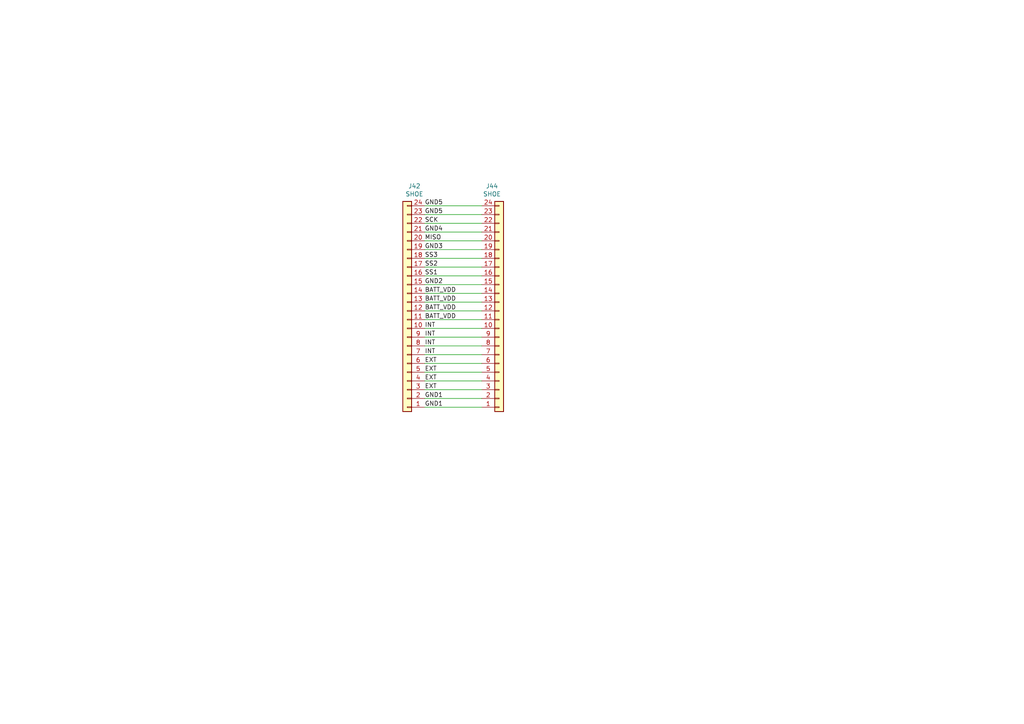
<source format=kicad_sch>
(kicad_sch (version 20230121) (generator eeschema)
  (paper "A4")
  (lib_symbols
    (symbol "Connector_Generic:Conn_01x24" (pin_names (offset 1.016) hide)
      (property "Reference" "J" (at 0 30.48 0))
      (property "Value" "Connector_Generic_Conn_01x24" (at 0 -33.02 0))
      (symbol "Conn_01x24_1_1"
        (rectangle (start -1.27 -30.353) (end 0 -30.607) (stroke (width 0.1524)))
        (rectangle (start -1.27 -27.813) (end 0 -28.067) (stroke (width 0.1524)))
        (rectangle (start -1.27 -25.273) (end 0 -25.527) (stroke (width 0.1524)))
        (rectangle (start -1.27 -22.733) (end 0 -22.987) (stroke (width 0.1524)))
        (rectangle (start -1.27 -20.193) (end 0 -20.447) (stroke (width 0.1524)))
        (rectangle (start -1.27 -17.653) (end 0 -17.907) (stroke (width 0.1524)))
        (rectangle (start -1.27 -15.113) (end 0 -15.367) (stroke (width 0.1524)))
        (rectangle (start -1.27 -12.573) (end 0 -12.827) (stroke (width 0.1524)))
        (rectangle (start -1.27 -10.033) (end 0 -10.287) (stroke (width 0.1524)))
        (rectangle (start -1.27 -7.493) (end 0 -7.747) (stroke (width 0.1524)))
        (rectangle (start -1.27 -4.953) (end 0 -5.207) (stroke (width 0.1524)))
        (rectangle (start -1.27 -2.413) (end 0 -2.667) (stroke (width 0.1524)))
        (rectangle (start -1.27 0.127) (end 0 -0.127) (stroke (width 0.1524)))
        (rectangle (start -1.27 2.667) (end 0 2.413) (stroke (width 0.1524)))
        (rectangle (start -1.27 5.207) (end 0 4.953) (stroke (width 0.1524)))
        (rectangle (start -1.27 7.747) (end 0 7.493) (stroke (width 0.1524)))
        (rectangle (start -1.27 10.287) (end 0 10.033) (stroke (width 0.1524)))
        (rectangle (start -1.27 12.827) (end 0 12.573) (stroke (width 0.1524)))
        (rectangle (start -1.27 15.367) (end 0 15.113) (stroke (width 0.1524)))
        (rectangle (start -1.27 17.907) (end 0 17.653) (stroke (width 0.1524)))
        (rectangle (start -1.27 20.447) (end 0 20.193) (stroke (width 0.1524)))
        (rectangle (start -1.27 22.987) (end 0 22.733) (stroke (width 0.1524)))
        (rectangle (start -1.27 25.527) (end 0 25.273) (stroke (width 0.1524)))
        (rectangle (start -1.27 28.067) (end 0 27.813) (stroke (width 0.1524)))
        (rectangle (start -1.27 29.21) (end 1.27 -31.75) (stroke (width 0.254)) (fill (type background)))
        (pin passive line (at -5.08 27.94 0) (length 3.81) (name "Pin_1") (number "1"))
        (pin passive line (at -5.08 5.08 0) (length 3.81) (name "Pin_10") (number "10"))
        (pin passive line (at -5.08 2.54 0) (length 3.81) (name "Pin_11") (number "11"))
        (pin passive line (at -5.08 0 0) (length 3.81) (name "Pin_12") (number "12"))
        (pin passive line (at -5.08 -2.54 0) (length 3.81) (name "Pin_13") (number "13"))
        (pin passive line (at -5.08 -5.08 0) (length 3.81) (name "Pin_14") (number "14"))
        (pin passive line (at -5.08 -7.62 0) (length 3.81) (name "Pin_15") (number "15"))
        (pin passive line (at -5.08 -10.16 0) (length 3.81) (name "Pin_16") (number "16"))
        (pin passive line (at -5.08 -12.7 0) (length 3.81) (name "Pin_17") (number "17"))
        (pin passive line (at -5.08 -15.24 0) (length 3.81) (name "Pin_18") (number "18"))
        (pin passive line (at -5.08 -17.78 0) (length 3.81) (name "Pin_19") (number "19"))
        (pin passive line (at -5.08 25.4 0) (length 3.81) (name "Pin_2") (number "2"))
        (pin passive line (at -5.08 -20.32 0) (length 3.81) (name "Pin_20") (number "20"))
        (pin passive line (at -5.08 -22.86 0) (length 3.81) (name "Pin_21") (number "21"))
        (pin passive line (at -5.08 -25.4 0) (length 3.81) (name "Pin_22") (number "22"))
        (pin passive line (at -5.08 -27.94 0) (length 3.81) (name "Pin_23") (number "23"))
        (pin passive line (at -5.08 -30.48 0) (length 3.81) (name "Pin_24") (number "24"))
        (pin passive line (at -5.08 22.86 0) (length 3.81) (name "Pin_3") (number "3"))
        (pin passive line (at -5.08 20.32 0) (length 3.81) (name "Pin_4") (number "4"))
        (pin passive line (at -5.08 17.78 0) (length 3.81) (name "Pin_5") (number "5"))
        (pin passive line (at -5.08 15.24 0) (length 3.81) (name "Pin_6") (number "6"))
        (pin passive line (at -5.08 12.7 0) (length 3.81) (name "Pin_7") (number "7"))
        (pin passive line (at -5.08 10.16 0) (length 3.81) (name "Pin_8") (number "8"))
        (pin passive line (at -5.08 7.62 0) (length 3.81) (name "Pin_9") (number "9"))
      )
    )
  )
  (wire (pts (xy 123.19 85.09) (xy 139.7 85.09)))
  (wire (pts (xy 123.19 90.17) (xy 139.7 90.17)))
  (wire (pts (xy 123.19 92.71) (xy 139.7 92.71)))
  (wire (pts (xy 123.19 105.41) (xy 139.7 105.41)))
  (wire (pts (xy 123.19 64.77) (xy 139.7 64.77)))
  (wire (pts (xy 123.19 118.11) (xy 139.7 118.11)))
  (wire (pts (xy 123.19 69.85) (xy 139.7 69.85)))
  (wire (pts (xy 123.19 113.03) (xy 139.7 113.03)))
  (wire (pts (xy 123.19 107.95) (xy 139.7 107.95)))
  (wire (pts (xy 123.19 115.57) (xy 139.7 115.57)))
  (wire (pts (xy 123.19 59.69) (xy 139.7 59.69)))
  (wire (pts (xy 123.19 72.39) (xy 139.7 72.39)))
  (wire (pts (xy 123.19 74.93) (xy 139.7 74.93)))
  (wire (pts (xy 123.19 67.31) (xy 139.7 67.31)))
  (wire (pts (xy 123.19 82.55) (xy 139.7 82.55)))
  (wire (pts (xy 123.19 100.33) (xy 139.7 100.33)))
  (wire (pts (xy 123.19 102.87) (xy 139.7 102.87)))
  (wire (pts (xy 123.19 97.79) (xy 139.7 97.79)))
  (wire (pts (xy 123.19 77.47) (xy 139.7 77.47)))
  (wire (pts (xy 123.19 110.49) (xy 139.7 110.49)))
  (wire (pts (xy 123.19 95.25) (xy 139.7 95.25)))
  (wire (pts (xy 123.19 80.01) (xy 139.7 80.01)))
  (wire (pts (xy 123.19 62.23) (xy 139.7 62.23)))
  (wire (pts (xy 123.19 87.63) (xy 139.7 87.63)))
  (label "BATT_VDD" (at 123.19 85.09 0))
  (label "GND5" (at 123.19 62.23 0))
  (label "GND2" (at 123.19 82.55 0))
  (label "SS3" (at 123.19 74.93 0))
  (label "GND5" (at 123.19 59.69 0))
  (label "BATT_VDD" (at 123.19 90.17 0))
  (label "GND1" (at 123.19 115.57 0))
  (label "INT" (at 123.19 100.33 0))
  (label "INT" (at 123.19 95.25 0))
  (label "GND1" (at 123.19 118.11 0))
  (label "BATT_VDD" (at 123.19 87.63 0))
  (label "GND4" (at 123.19 67.31 0))
  (label "BATT_VDD" (at 123.19 92.71 0))
  (label "MISO" (at 123.19 69.85 0))
  (label "EXT" (at 123.19 113.03 0))
  (label "INT" (at 123.19 102.87 0))
  (label "INT" (at 123.19 97.79 0))
  (label "EXT" (at 123.19 105.41 0))
  (label "SS1" (at 123.19 80.01 0))
  (label "EXT" (at 123.19 110.49 0))
  (label "GND3" (at 123.19 72.39 0))
  (label "EXT" (at 123.19 107.95 0))
  (label "SCK" (at 123.19 64.77 0))
  (label "SS2" (at 123.19 77.47 0))
  (symbol (lib_id "Connector_Generic:Conn_01x24") (at 118.11 90.17 180) (unit 1)
    (property "Reference" "J42" (at 120.1928 53.975 0))
    (property "Value" "SHOE" (at 120.1928 56.2864 0))
    (property "Footprint" "rofi:FPC_0.5_24_PADS" (effects hide))
    (property "JLCPCB_IGNORE" "YES" (effects hide))
  )
  (symbol (lib_id "Connector_Generic:Conn_01x24") (at 144.78 90.17 0) (mirror x) (unit 1)
    (property "Reference" "J44" (at 142.6972 53.975 0))
    (property "Value" "SHOE" (at 142.6972 56.2864 0))
    (property "Footprint" "rofi:FPC_0.5_24_PADS" (effects hide))
    (property "JLCPCB_IGNORE" "YES" (effects hide))
  )
)
</source>
